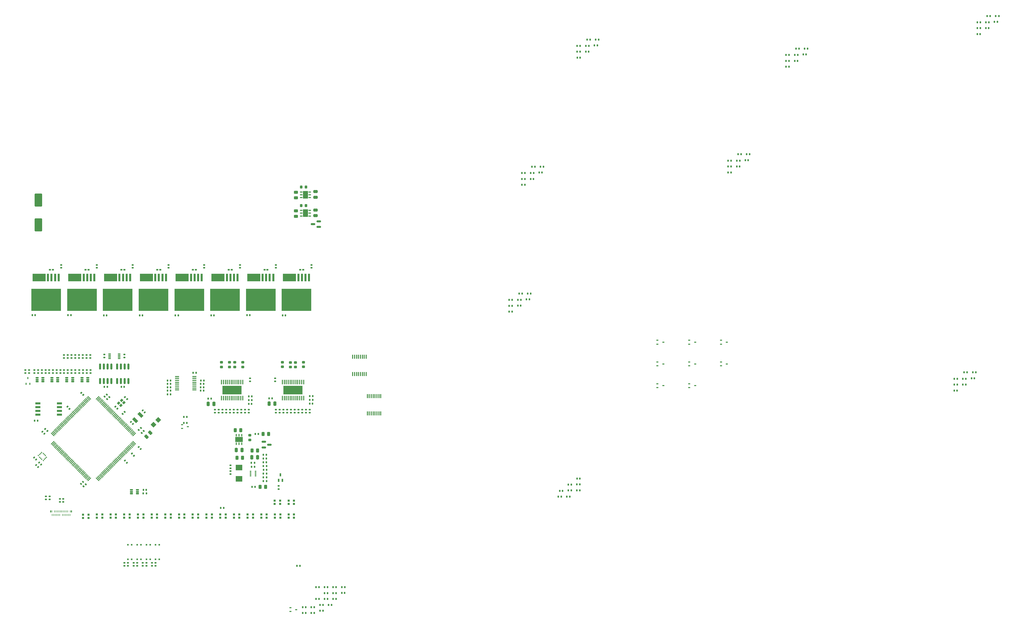
<source format=gbr>
%TF.GenerationSoftware,KiCad,Pcbnew,(6.0.8)*%
%TF.CreationDate,2024-01-16T01:15:22+01:00*%
%TF.ProjectId,pdms,70646d73-2e6b-4696-9361-645f70636258,rev?*%
%TF.SameCoordinates,Original*%
%TF.FileFunction,Paste,Top*%
%TF.FilePolarity,Positive*%
%FSLAX46Y46*%
G04 Gerber Fmt 4.6, Leading zero omitted, Abs format (unit mm)*
G04 Created by KiCad (PCBNEW (6.0.8)) date 2024-01-16 01:15:22*
%MOMM*%
%LPD*%
G01*
G04 APERTURE LIST*
G04 Aperture macros list*
%AMRoundRect*
0 Rectangle with rounded corners*
0 $1 Rounding radius*
0 $2 $3 $4 $5 $6 $7 $8 $9 X,Y pos of 4 corners*
0 Add a 4 corners polygon primitive as box body*
4,1,4,$2,$3,$4,$5,$6,$7,$8,$9,$2,$3,0*
0 Add four circle primitives for the rounded corners*
1,1,$1+$1,$2,$3*
1,1,$1+$1,$4,$5*
1,1,$1+$1,$6,$7*
1,1,$1+$1,$8,$9*
0 Add four rect primitives between the rounded corners*
20,1,$1+$1,$2,$3,$4,$5,0*
20,1,$1+$1,$4,$5,$6,$7,0*
20,1,$1+$1,$6,$7,$8,$9,0*
20,1,$1+$1,$8,$9,$2,$3,0*%
%AMRotRect*
0 Rectangle, with rotation*
0 The origin of the aperture is its center*
0 $1 length*
0 $2 width*
0 $3 Rotation angle, in degrees counterclockwise*
0 Add horizontal line*
21,1,$1,$2,0,0,$3*%
G04 Aperture macros list end*
%ADD10RoundRect,0.135000X0.185000X-0.135000X0.185000X0.135000X-0.185000X0.135000X-0.185000X-0.135000X0*%
%ADD11RoundRect,0.250000X-0.475000X0.250000X-0.475000X-0.250000X0.475000X-0.250000X0.475000X0.250000X0*%
%ADD12RoundRect,0.135000X-0.135000X-0.185000X0.135000X-0.185000X0.135000X0.185000X-0.135000X0.185000X0*%
%ADD13RoundRect,0.140000X0.170000X-0.140000X0.170000X0.140000X-0.170000X0.140000X-0.170000X-0.140000X0*%
%ADD14RoundRect,0.140000X-0.219203X-0.021213X-0.021213X-0.219203X0.219203X0.021213X0.021213X0.219203X0*%
%ADD15RoundRect,0.140000X-0.140000X-0.170000X0.140000X-0.170000X0.140000X0.170000X-0.140000X0.170000X0*%
%ADD16RoundRect,0.135000X0.135000X0.185000X-0.135000X0.185000X-0.135000X-0.185000X0.135000X-0.185000X0*%
%ADD17R,0.800000X2.600000*%
%ADD18R,4.400000X2.600000*%
%ADD19R,10.000000X7.410000*%
%ADD20R,0.700000X0.700000*%
%ADD21RoundRect,0.225000X0.250000X-0.225000X0.250000X0.225000X-0.250000X0.225000X-0.250000X-0.225000X0*%
%ADD22RoundRect,0.140000X0.140000X0.170000X-0.140000X0.170000X-0.140000X-0.170000X0.140000X-0.170000X0*%
%ADD23R,0.450000X1.525000*%
%ADD24R,6.500000X2.870000*%
%ADD25R,0.450000X1.475000*%
%ADD26RoundRect,0.135000X-0.185000X0.135000X-0.185000X-0.135000X0.185000X-0.135000X0.185000X0.135000X0*%
%ADD27RoundRect,0.150000X-0.587500X-0.150000X0.587500X-0.150000X0.587500X0.150000X-0.587500X0.150000X0*%
%ADD28RoundRect,0.135000X0.226274X0.035355X0.035355X0.226274X-0.226274X-0.035355X-0.035355X-0.226274X0*%
%ADD29R,0.700000X0.450000*%
%ADD30RoundRect,0.225000X-0.250000X0.225000X-0.250000X-0.225000X0.250000X-0.225000X0.250000X0.225000X0*%
%ADD31RoundRect,0.250000X0.250000X0.475000X-0.250000X0.475000X-0.250000X-0.475000X0.250000X-0.475000X0*%
%ADD32RoundRect,0.019500X0.465500X0.175500X-0.465500X0.175500X-0.465500X-0.175500X0.465500X-0.175500X0*%
%ADD33RoundRect,0.019500X-0.465500X-0.175500X0.465500X-0.175500X0.465500X0.175500X-0.465500X0.175500X0*%
%ADD34R,1.750000X0.650000*%
%ADD35R,0.600000X0.470000*%
%ADD36RoundRect,0.140000X0.219203X0.021213X0.021213X0.219203X-0.219203X-0.021213X-0.021213X-0.219203X0*%
%ADD37RoundRect,0.147500X0.017678X-0.226274X0.226274X-0.017678X-0.017678X0.226274X-0.226274X0.017678X0*%
%ADD38RoundRect,0.135000X-0.226274X-0.035355X-0.035355X-0.226274X0.226274X0.035355X0.035355X0.226274X0*%
%ADD39R,0.800000X0.600000*%
%ADD40RoundRect,0.250000X-0.132583X0.503814X-0.503814X0.132583X0.132583X-0.503814X0.503814X-0.132583X0*%
%ADD41R,0.250000X0.750000*%
%ADD42R,0.300000X0.750000*%
%ADD43RoundRect,0.135000X-0.035355X0.226274X-0.226274X0.035355X0.035355X-0.226274X0.226274X-0.035355X0*%
%ADD44RoundRect,0.243750X0.243750X0.456250X-0.243750X0.456250X-0.243750X-0.456250X0.243750X-0.456250X0*%
%ADD45RoundRect,0.250000X-0.250000X-0.475000X0.250000X-0.475000X0.250000X0.475000X-0.250000X0.475000X0*%
%ADD46R,0.850000X0.300000*%
%ADD47R,1.700000X2.500000*%
%ADD48RotRect,0.300000X1.475000X315.000000*%
%ADD49RotRect,0.300000X1.475000X225.000000*%
%ADD50RoundRect,0.243750X-0.243750X-0.456250X0.243750X-0.456250X0.243750X0.456250X-0.243750X0.456250X0*%
%ADD51R,0.475000X0.300000*%
%ADD52RoundRect,0.135000X0.035355X-0.226274X0.226274X-0.035355X-0.035355X0.226274X-0.226274X0.035355X0*%
%ADD53RotRect,0.250000X0.475000X45.000000*%
%ADD54RotRect,0.250000X0.475000X315.000000*%
%ADD55RoundRect,0.225000X-0.225000X-0.250000X0.225000X-0.250000X0.225000X0.250000X-0.225000X0.250000X0*%
%ADD56R,0.300000X0.850000*%
%ADD57R,2.500000X1.700000*%
%ADD58R,0.450000X0.700000*%
%ADD59RotRect,1.000000X1.800000X225.000000*%
%ADD60RoundRect,0.150000X0.587500X0.150000X-0.587500X0.150000X-0.587500X-0.150000X0.587500X-0.150000X0*%
%ADD61RotRect,0.900000X0.800000X45.000000*%
%ADD62RoundRect,0.150000X0.150000X-0.825000X0.150000X0.825000X-0.150000X0.825000X-0.150000X-0.825000X0*%
%ADD63RotRect,1.400000X1.400000X45.000000*%
%ADD64R,2.286000X1.854500*%
%ADD65R,1.475000X0.450000*%
%ADD66RoundRect,0.243750X0.456250X-0.243750X0.456250X0.243750X-0.456250X0.243750X-0.456250X-0.243750X0*%
%ADD67R,0.550000X1.000000*%
%ADD68RoundRect,0.250000X1.000000X-1.950000X1.000000X1.950000X-1.000000X1.950000X-1.000000X-1.950000X0*%
%ADD69RoundRect,0.140000X-0.021213X0.219203X-0.219203X0.021213X0.021213X-0.219203X0.219203X-0.021213X0*%
G04 APERTURE END LIST*
D10*
%TO.C,R68*%
X21434000Y-111112000D03*
X21434000Y-110092000D03*
%TD*%
D11*
%TO.C,C3*%
X116400000Y-56100000D03*
X116400000Y-58000000D03*
%TD*%
D12*
%TO.C,C91*%
X84374800Y-156718000D03*
X85394800Y-156718000D03*
%TD*%
D13*
%TO.C,C116*%
X78809400Y-75588600D03*
X78809400Y-74628600D03*
%TD*%
D12*
%TO.C,R14*%
X113080000Y-190210000D03*
X112060000Y-190210000D03*
%TD*%
%TO.C,R195*%
X181766000Y-88402000D03*
X182786000Y-88402000D03*
%TD*%
D14*
%TO.C,C78*%
X56673256Y-136101293D03*
X57352078Y-136780115D03*
%TD*%
D10*
%TO.C,R83*%
X36586000Y-111110000D03*
X36586000Y-110090000D03*
%TD*%
D12*
%TO.C,R184*%
X343119000Y9466000D03*
X344139000Y9466000D03*
%TD*%
D15*
%TO.C,C107*%
X275237000Y-7682000D03*
X276197000Y-7682000D03*
%TD*%
D12*
%TO.C,R206*%
X331996000Y-115049000D03*
X333016000Y-115049000D03*
%TD*%
D16*
%TO.C,R137*%
X78589600Y-117094000D03*
X77569600Y-117094000D03*
%TD*%
D17*
%TO.C,Q6*%
X65896600Y-78841600D03*
X64696600Y-78841600D03*
X63496600Y-78841600D03*
X62296600Y-78841600D03*
D18*
X59296600Y-78841600D03*
D19*
X61696600Y-86376600D03*
%TD*%
D20*
%TO.C,D18*%
X58267600Y-160020000D03*
X58267600Y-158920000D03*
X56437600Y-158920000D03*
X56437600Y-160020000D03*
%TD*%
D10*
%TO.C,R77*%
X28979000Y-111112000D03*
X28979000Y-110092000D03*
%TD*%
%TO.C,R72*%
X103962200Y-150293800D03*
X103962200Y-149273800D03*
%TD*%
%TO.C,R25*%
X91280000Y-124516000D03*
X91280000Y-123496000D03*
%TD*%
D12*
%TO.C,R210*%
X259019000Y-37249000D03*
X260039000Y-37249000D03*
%TD*%
D16*
%TO.C,R152*%
X78640400Y-114808000D03*
X77620400Y-114808000D03*
%TD*%
D21*
%TO.C,C73*%
X112348000Y-109029800D03*
X112348000Y-107479800D03*
%TD*%
D17*
%TO.C,Q4*%
X41715800Y-78840800D03*
X40515800Y-78840800D03*
X39315800Y-78840800D03*
X38115800Y-78840800D03*
D18*
X35115800Y-78840800D03*
D19*
X37515800Y-86375800D03*
%TD*%
D10*
%TO.C,R173*%
X31242000Y-154686000D03*
X31242000Y-153666000D03*
%TD*%
D22*
%TO.C,C113*%
X199785000Y-150919000D03*
X198825000Y-150919000D03*
%TD*%
D20*
%TO.C,D10*%
X39725600Y-160028800D03*
X39725600Y-158928800D03*
X37895600Y-158928800D03*
X37895600Y-160028800D03*
%TD*%
D12*
%TO.C,R197*%
X181766000Y-86412000D03*
X182786000Y-86412000D03*
%TD*%
D10*
%TO.C,R59*%
X45110400Y-105920000D03*
X45110400Y-104900000D03*
%TD*%
D12*
%TO.C,R192*%
X275227000Y-3712000D03*
X276247000Y-3712000D03*
%TD*%
D21*
%TO.C,C70*%
X105223000Y-109004800D03*
X105223000Y-107454800D03*
%TD*%
D16*
%TO.C,R156*%
X78660000Y-113665000D03*
X77640000Y-113665000D03*
%TD*%
D23*
%TO.C,IC7*%
X84638000Y-119606000D03*
X85288000Y-119606000D03*
X85938000Y-119606000D03*
X86588000Y-119606000D03*
X87238000Y-119606000D03*
X87888000Y-119606000D03*
X88538000Y-119606000D03*
X89188000Y-119606000D03*
X89838000Y-119606000D03*
X90488000Y-119606000D03*
X91138000Y-119606000D03*
X91788000Y-119606000D03*
X91788000Y-114182000D03*
X91138000Y-114182000D03*
X90488000Y-114182000D03*
X89838000Y-114182000D03*
X89188000Y-114182000D03*
X88538000Y-114182000D03*
X87888000Y-114182000D03*
X87238000Y-114182000D03*
X86588000Y-114182000D03*
X85938000Y-114182000D03*
X85288000Y-114182000D03*
X84638000Y-114182000D03*
D24*
X88213000Y-116894000D03*
%TD*%
D25*
%TO.C,IC1*%
X138419000Y-118905800D03*
X137769000Y-118905800D03*
X137119000Y-118905800D03*
X136469000Y-118905800D03*
X135819000Y-118905800D03*
X135169000Y-118905800D03*
X134519000Y-118905800D03*
X133869000Y-118905800D03*
X133869000Y-124781800D03*
X134519000Y-124781800D03*
X135169000Y-124781800D03*
X135819000Y-124781800D03*
X136469000Y-124781800D03*
X137119000Y-124781800D03*
X137769000Y-124781800D03*
X138419000Y-124781800D03*
%TD*%
D20*
%TO.C,D21*%
X86029800Y-160020000D03*
X86029800Y-158920000D03*
X84199800Y-158920000D03*
X84199800Y-160020000D03*
%TD*%
D15*
%TO.C,C112*%
X181776000Y-90382000D03*
X182736000Y-90382000D03*
%TD*%
D26*
%TO.C,R80*%
X32766000Y-110094000D03*
X32766000Y-111114000D03*
%TD*%
D16*
%TO.C,R62*%
X99824000Y-142544800D03*
X98804000Y-142544800D03*
%TD*%
D10*
%TO.C,R75*%
X26439000Y-111112000D03*
X26439000Y-110092000D03*
%TD*%
D27*
%TO.C,Q1*%
X98902400Y-134370800D03*
X98902400Y-136270800D03*
X100777400Y-135320800D03*
%TD*%
D12*
%TO.C,R13*%
X115990000Y-192200000D03*
X114970000Y-192200000D03*
%TD*%
%TO.C,R109*%
X96063100Y-131724400D03*
X97083100Y-131724400D03*
%TD*%
D28*
%TO.C,C42*%
X49529108Y-123182699D03*
X48807860Y-122461451D03*
%TD*%
D26*
%TO.C,R179*%
X25325287Y-152802400D03*
X25325287Y-153822400D03*
%TD*%
D29*
%TO.C,D8*%
X242534000Y-107401000D03*
X242534000Y-108701000D03*
X244534000Y-108051000D03*
%TD*%
D10*
%TO.C,R165*%
X39116000Y-106047000D03*
X39116000Y-105027000D03*
%TD*%
D30*
%TO.C,C55*%
X94149900Y-132155800D03*
X94149900Y-133705800D03*
%TD*%
D31*
%TO.C,C54*%
X91550000Y-137100000D03*
X89650000Y-137100000D03*
%TD*%
D28*
%TO.C,C48*%
X33319957Y-123224560D03*
X32598709Y-122503312D03*
%TD*%
D14*
%TO.C,C81*%
X52004547Y-140724039D03*
X52683369Y-141402861D03*
%TD*%
D32*
%TO.C,D24*%
X29324000Y-114046000D03*
X29324000Y-113396000D03*
X29324000Y-112746000D03*
D33*
X27364000Y-112746000D03*
X27364000Y-113396000D03*
X27364000Y-114046000D03*
%TD*%
D34*
%TO.C,IC20*%
X29910000Y-125160000D03*
X29910000Y-123890000D03*
X29910000Y-122620000D03*
X29910000Y-121350000D03*
X22660000Y-121350000D03*
X22660000Y-122620000D03*
X22660000Y-123890000D03*
X22660000Y-125160000D03*
%TD*%
D12*
%TO.C,R153*%
X66417000Y-117094000D03*
X67437000Y-117094000D03*
%TD*%
D26*
%TO.C,R86*%
X40396000Y-110092000D03*
X40396000Y-111112000D03*
%TD*%
%TO.C,R162*%
X35306000Y-105027000D03*
X35306000Y-106047000D03*
%TD*%
D35*
%TO.C,U4*%
X56169400Y-169127400D03*
X57439400Y-169127400D03*
X57439400Y-174047400D03*
X56169400Y-174047400D03*
%TD*%
D12*
%TO.C,R216*%
X186073000Y-45580000D03*
X187093000Y-45580000D03*
%TD*%
%TO.C,R213*%
X255669000Y-39399000D03*
X256689000Y-39399000D03*
%TD*%
D20*
%TO.C,D15*%
X99898800Y-160024600D03*
X99898800Y-158924600D03*
X98068800Y-158924600D03*
X98068800Y-160024600D03*
%TD*%
D31*
%TO.C,C56*%
X96809600Y-139573000D03*
X94909600Y-139573000D03*
%TD*%
D25*
%TO.C,IC2*%
X133479700Y-105596200D03*
X132829700Y-105596200D03*
X132179700Y-105596200D03*
X131529700Y-105596200D03*
X130879700Y-105596200D03*
X130229700Y-105596200D03*
X129579700Y-105596200D03*
X128929700Y-105596200D03*
X128929700Y-111472200D03*
X129579700Y-111472200D03*
X130229700Y-111472200D03*
X130879700Y-111472200D03*
X131529700Y-111472200D03*
X132179700Y-111472200D03*
X132829700Y-111472200D03*
X133479700Y-111472200D03*
%TD*%
D16*
%TO.C,R181*%
X202705000Y-150749000D03*
X201685000Y-150749000D03*
%TD*%
D10*
%TO.C,R5*%
X53075800Y-175184700D03*
X53075800Y-176204700D03*
%TD*%
D22*
%TO.C,C65*%
X46073000Y-115824000D03*
X45113000Y-115824000D03*
%TD*%
D36*
%TO.C,C82*%
X24883608Y-131584542D03*
X24204786Y-130905720D03*
%TD*%
D26*
%TO.C,R7*%
X59273400Y-176204700D03*
X59273400Y-175184700D03*
%TD*%
D12*
%TO.C,R34*%
X120440000Y-185430000D03*
X119420000Y-185430000D03*
%TD*%
%TO.C,R28*%
X80102000Y-119733000D03*
X81122000Y-119733000D03*
%TD*%
D13*
%TO.C,C105*%
X54651200Y-75588600D03*
X54651200Y-74628600D03*
%TD*%
D21*
%TO.C,C72*%
X109623000Y-109097800D03*
X109623000Y-107547800D03*
%TD*%
D12*
%TO.C,R202*%
X207626000Y-636000D03*
X208646000Y-636000D03*
%TD*%
D37*
%TO.C,D33*%
X57715990Y-131337055D03*
X58401884Y-130651161D03*
%TD*%
D38*
%TO.C,C46*%
X52040752Y-119228559D03*
X52762000Y-119949807D03*
%TD*%
D13*
%TO.C,C131*%
X115027000Y-75588600D03*
X115027000Y-74628600D03*
%TD*%
D26*
%TO.C,R100*%
X108036889Y-123474455D03*
X108036889Y-124494455D03*
%TD*%
%TO.C,R164*%
X37846000Y-105027000D03*
X37846000Y-106047000D03*
%TD*%
D29*
%TO.C,D9*%
X231814000Y-107401000D03*
X231814000Y-108701000D03*
X233814000Y-108051000D03*
%TD*%
D39*
%TO.C,RT5*%
X76007400Y-76251600D03*
X75007400Y-76251600D03*
%TD*%
D10*
%TO.C,C63*%
X87675000Y-145285000D03*
X87675000Y-144265000D03*
%TD*%
%TO.C,R119*%
X61178400Y-175184700D03*
X61178400Y-176204700D03*
%TD*%
D40*
%TO.C,R54*%
X60589235Y-131307765D03*
X59298765Y-132598235D03*
%TD*%
D12*
%TO.C,R208*%
X331996000Y-113059000D03*
X333016000Y-113059000D03*
%TD*%
%TO.C,R203*%
X204716000Y-636000D03*
X205736000Y-636000D03*
%TD*%
D16*
%TO.C,C60*%
X99824000Y-147624800D03*
X98804000Y-147624800D03*
%TD*%
%TO.C,R67*%
X205615000Y-148759000D03*
X204595000Y-148759000D03*
%TD*%
D26*
%TO.C,R98*%
X105496889Y-123474455D03*
X105496889Y-124494455D03*
%TD*%
D41*
%TO.C,J6*%
X27430000Y-157838800D03*
X28230000Y-157838800D03*
X28730000Y-157838800D03*
X29230000Y-157838800D03*
X29730000Y-157838800D03*
X30230000Y-157838800D03*
X30730000Y-157838800D03*
X31230000Y-157838800D03*
X31730000Y-157838800D03*
X32230000Y-157838800D03*
X32730000Y-157838800D03*
X33530000Y-157838800D03*
X33480000Y-159088800D03*
X32980000Y-159088800D03*
X32480000Y-159088800D03*
X31980000Y-159088800D03*
X31480000Y-159088800D03*
X30980000Y-159088800D03*
X29980000Y-159088800D03*
X29480000Y-159088800D03*
X28980000Y-159088800D03*
X28480000Y-159088800D03*
X27980000Y-159088800D03*
X27480000Y-159088800D03*
D42*
X26930000Y-157838800D03*
X34030000Y-157838800D03*
%TD*%
D17*
%TO.C,Q8*%
X90052000Y-78841600D03*
X88852000Y-78841600D03*
X87652000Y-78841600D03*
X86452000Y-78841600D03*
D18*
X83452000Y-78841600D03*
D19*
X85852000Y-86376600D03*
%TD*%
D29*
%TO.C,D41*%
X71304400Y-128585200D03*
X71304400Y-129885200D03*
X73304400Y-129235200D03*
%TD*%
D10*
%TO.C,R104*%
X114386889Y-124494455D03*
X114386889Y-123474455D03*
%TD*%
D22*
%TO.C,C127*%
X94188200Y-91617800D03*
X93228200Y-91617800D03*
%TD*%
D29*
%TO.C,D6*%
X231814000Y-100061000D03*
X231814000Y-101361000D03*
X233814000Y-100711000D03*
%TD*%
D43*
%TO.C,C49*%
X38799329Y-148709113D03*
X38078081Y-149430361D03*
%TD*%
D15*
%TO.C,C1*%
X71948800Y-127964600D03*
X72908800Y-127964600D03*
%TD*%
%TO.C,C108*%
X184686000Y-88392000D03*
X185646000Y-88392000D03*
%TD*%
D20*
%TO.C,D16*%
X53644800Y-160020000D03*
X53644800Y-158920000D03*
X51814800Y-158920000D03*
X51814800Y-160020000D03*
%TD*%
D15*
%TO.C,C98*%
X342689000Y5336000D03*
X343649000Y5336000D03*
%TD*%
D44*
%TO.C,D34*%
X99517200Y-149606000D03*
X97642200Y-149606000D03*
%TD*%
D12*
%TO.C,R19*%
X121810000Y-189410000D03*
X120790000Y-189410000D03*
%TD*%
%TO.C,R141*%
X66417000Y-115968000D03*
X67437000Y-115968000D03*
%TD*%
D26*
%TO.C,R71*%
X25244000Y-110092000D03*
X25244000Y-111112000D03*
%TD*%
D12*
%TO.C,R204*%
X338256000Y-110909000D03*
X339276000Y-110909000D03*
%TD*%
D26*
%TO.C,R97*%
X104226889Y-123474455D03*
X104226889Y-124494455D03*
%TD*%
D15*
%TO.C,C128*%
X255679000Y-43369000D03*
X256639000Y-43369000D03*
%TD*%
%TO.C,C104*%
X281057000Y-3542000D03*
X282017000Y-3542000D03*
%TD*%
D20*
%TO.C,D36*%
X102599000Y-154191200D03*
X102599000Y-155291200D03*
X104429000Y-155291200D03*
X104429000Y-154191200D03*
%TD*%
D45*
%TO.C,C19*%
X80170000Y-121511000D03*
X82070000Y-121511000D03*
%TD*%
D12*
%TO.C,R60*%
X98804000Y-145084800D03*
X99824000Y-145084800D03*
%TD*%
%TO.C,R214*%
X192333000Y-41440000D03*
X193353000Y-41440000D03*
%TD*%
%TO.C,R96*%
X114384889Y-120219455D03*
X115404889Y-120219455D03*
%TD*%
D13*
%TO.C,C121*%
X90897000Y-75588600D03*
X90897000Y-74628600D03*
%TD*%
D12*
%TO.C,R185*%
X339769000Y5326000D03*
X340789000Y5326000D03*
%TD*%
D46*
%TO.C,IC14*%
X114450000Y-51866800D03*
X114450000Y-50916800D03*
X114450000Y-49966800D03*
X111550000Y-49966800D03*
X111550000Y-50916800D03*
X111550000Y-51866800D03*
D47*
X113000000Y-50916800D03*
%TD*%
D20*
%TO.C,D30*%
X72135400Y-160020000D03*
X72135400Y-158920000D03*
X70305400Y-158920000D03*
X70305400Y-160020000D03*
%TD*%
D15*
%TO.C,C118*%
X204726000Y-4606000D03*
X205686000Y-4606000D03*
%TD*%
D12*
%TO.C,R10*%
X118900000Y-191400000D03*
X117880000Y-191400000D03*
%TD*%
%TO.C,R15*%
X123350000Y-183440000D03*
X122330000Y-183440000D03*
%TD*%
D13*
%TO.C,C100*%
X42560800Y-75587800D03*
X42560800Y-74627800D03*
%TD*%
D15*
%TO.C,C130*%
X191903000Y-43420000D03*
X192863000Y-43420000D03*
%TD*%
D22*
%TO.C,C64*%
X51788000Y-115824000D03*
X50828000Y-115824000D03*
%TD*%
D10*
%TO.C,R175*%
X30099000Y-154686000D03*
X30099000Y-153666000D03*
%TD*%
D15*
%TO.C,C125*%
X261499000Y-39229000D03*
X262459000Y-39229000D03*
%TD*%
D26*
%TO.C,R166*%
X40386000Y-105027000D03*
X40386000Y-106047000D03*
%TD*%
D12*
%TO.C,R105*%
X114427889Y-118949455D03*
X115447889Y-118949455D03*
%TD*%
%TO.C,R217*%
X188983000Y-43590000D03*
X190003000Y-43590000D03*
%TD*%
D48*
%TO.C,IC19*%
X55174508Y-131868942D03*
X54820955Y-131515388D03*
X54467401Y-131161835D03*
X54113848Y-130808282D03*
X53760294Y-130454728D03*
X53406741Y-130101175D03*
X53053188Y-129747621D03*
X52699634Y-129394068D03*
X52346081Y-129040515D03*
X51992527Y-128686961D03*
X51638974Y-128333408D03*
X51285421Y-127979854D03*
X50931867Y-127626301D03*
X50578314Y-127272748D03*
X50224760Y-126919194D03*
X49871207Y-126565641D03*
X49517654Y-126212087D03*
X49164100Y-125858534D03*
X48810547Y-125504981D03*
X48456994Y-125151427D03*
X48103440Y-124797874D03*
X47749887Y-124444321D03*
X47396333Y-124090767D03*
X47042780Y-123737214D03*
X46689227Y-123383660D03*
X46335673Y-123030107D03*
X45982120Y-122676554D03*
X45628566Y-122323000D03*
X45275013Y-121969447D03*
X44921460Y-121615893D03*
X44567906Y-121262340D03*
X44214353Y-120908787D03*
X43860799Y-120555233D03*
X43507246Y-120201680D03*
X43153693Y-119848126D03*
X42800139Y-119494573D03*
D49*
X39988683Y-119494573D03*
X39635129Y-119848126D03*
X39281576Y-120201680D03*
X38928023Y-120555233D03*
X38574469Y-120908787D03*
X38220916Y-121262340D03*
X37867362Y-121615893D03*
X37513809Y-121969447D03*
X37160256Y-122323000D03*
X36806702Y-122676554D03*
X36453149Y-123030107D03*
X36099595Y-123383660D03*
X35746042Y-123737214D03*
X35392489Y-124090767D03*
X35038935Y-124444321D03*
X34685382Y-124797874D03*
X34331828Y-125151427D03*
X33978275Y-125504981D03*
X33624722Y-125858534D03*
X33271168Y-126212087D03*
X32917615Y-126565641D03*
X32564062Y-126919194D03*
X32210508Y-127272748D03*
X31856955Y-127626301D03*
X31503401Y-127979854D03*
X31149848Y-128333408D03*
X30796295Y-128686961D03*
X30442741Y-129040515D03*
X30089188Y-129394068D03*
X29735634Y-129747621D03*
X29382081Y-130101175D03*
X29028528Y-130454728D03*
X28674974Y-130808282D03*
X28321421Y-131161835D03*
X27967867Y-131515388D03*
X27614314Y-131868942D03*
D48*
X27614314Y-134680398D03*
X27967867Y-135033952D03*
X28321421Y-135387505D03*
X28674974Y-135741058D03*
X29028528Y-136094612D03*
X29382081Y-136448165D03*
X29735634Y-136801719D03*
X30089188Y-137155272D03*
X30442741Y-137508825D03*
X30796295Y-137862379D03*
X31149848Y-138215932D03*
X31503401Y-138569486D03*
X31856955Y-138923039D03*
X32210508Y-139276592D03*
X32564062Y-139630146D03*
X32917615Y-139983699D03*
X33271168Y-140337253D03*
X33624722Y-140690806D03*
X33978275Y-141044359D03*
X34331828Y-141397913D03*
X34685382Y-141751466D03*
X35038935Y-142105019D03*
X35392489Y-142458573D03*
X35746042Y-142812126D03*
X36099595Y-143165680D03*
X36453149Y-143519233D03*
X36806702Y-143872786D03*
X37160256Y-144226340D03*
X37513809Y-144579893D03*
X37867362Y-144933447D03*
X38220916Y-145287000D03*
X38574469Y-145640553D03*
X38928023Y-145994107D03*
X39281576Y-146347660D03*
X39635129Y-146701214D03*
X39988683Y-147054767D03*
D49*
X42800139Y-147054767D03*
X43153693Y-146701214D03*
X43507246Y-146347660D03*
X43860799Y-145994107D03*
X44214353Y-145640553D03*
X44567906Y-145287000D03*
X44921460Y-144933447D03*
X45275013Y-144579893D03*
X45628566Y-144226340D03*
X45982120Y-143872786D03*
X46335673Y-143519233D03*
X46689227Y-143165680D03*
X47042780Y-142812126D03*
X47396333Y-142458573D03*
X47749887Y-142105019D03*
X48103440Y-141751466D03*
X48456994Y-141397913D03*
X48810547Y-141044359D03*
X49164100Y-140690806D03*
X49517654Y-140337253D03*
X49871207Y-139983699D03*
X50224760Y-139630146D03*
X50578314Y-139276592D03*
X50931867Y-138923039D03*
X51285421Y-138569486D03*
X51638974Y-138215932D03*
X51992527Y-137862379D03*
X52346081Y-137508825D03*
X52699634Y-137155272D03*
X53053188Y-136801719D03*
X53406741Y-136448165D03*
X53760294Y-136094612D03*
X54113848Y-135741058D03*
X54467401Y-135387505D03*
X54820955Y-135033952D03*
X55174508Y-134680398D03*
%TD*%
D12*
%TO.C,R11*%
X115990000Y-190210000D03*
X114970000Y-190210000D03*
%TD*%
D10*
%TO.C,R161*%
X34036000Y-106047000D03*
X34036000Y-105027000D03*
%TD*%
D21*
%TO.C,C16*%
X89150000Y-109075000D03*
X89150000Y-107525000D03*
%TD*%
D32*
%TO.C,D26*%
X39471000Y-114046000D03*
X39471000Y-113396000D03*
X39471000Y-112746000D03*
D33*
X37511000Y-112746000D03*
X37511000Y-113396000D03*
X37511000Y-114046000D03*
%TD*%
D20*
%TO.C,D29*%
X81407000Y-160020000D03*
X81407000Y-158920000D03*
X79577000Y-158920000D03*
X79577000Y-160020000D03*
%TD*%
D14*
%TO.C,C75*%
X22090589Y-142227589D03*
X22769411Y-142906411D03*
%TD*%
D50*
%TO.C,F20*%
X89900000Y-139775000D03*
X91775000Y-139775000D03*
%TD*%
D51*
%TO.C,IC11*%
X94471500Y-144304800D03*
X94471500Y-144804800D03*
X94471500Y-145304800D03*
X94471500Y-145804800D03*
X96147500Y-145804800D03*
X96147500Y-145304800D03*
X96147500Y-144804800D03*
X96147500Y-144304800D03*
%TD*%
D12*
%TO.C,R215*%
X189423000Y-41440000D03*
X190443000Y-41440000D03*
%TD*%
D26*
%TO.C,R69*%
X22704000Y-110092000D03*
X22704000Y-111112000D03*
%TD*%
D12*
%TO.C,R209*%
X261929000Y-37249000D03*
X262949000Y-37249000D03*
%TD*%
D52*
%TO.C,R66*%
X56710485Y-130366904D03*
X57431733Y-129645656D03*
%TD*%
D26*
%TO.C,R29*%
X82390000Y-123496000D03*
X82390000Y-124516000D03*
%TD*%
D20*
%TO.C,D19*%
X90653200Y-160011200D03*
X90653200Y-158911200D03*
X88823200Y-158911200D03*
X88823200Y-160011200D03*
%TD*%
D53*
%TO.C,IC15*%
X23908318Y-137947658D03*
X23554765Y-138301212D03*
X23201212Y-138654765D03*
X22847658Y-139008318D03*
D54*
X23201212Y-139591682D03*
X23554765Y-139945235D03*
X23908318Y-140298788D03*
D53*
X24491682Y-140652342D03*
X24845235Y-140298788D03*
X25198788Y-139945235D03*
X25552342Y-139591682D03*
D54*
X25198788Y-139008318D03*
X24845235Y-138654765D03*
X24491682Y-138301212D03*
%TD*%
D29*
%TO.C,D3*%
X231814000Y-114741000D03*
X231814000Y-116041000D03*
X233814000Y-115391000D03*
%TD*%
D12*
%TO.C,R183*%
X346029000Y9466000D03*
X347049000Y9466000D03*
%TD*%
%TO.C,R33*%
X123350000Y-185430000D03*
X122330000Y-185430000D03*
%TD*%
D21*
%TO.C,C17*%
X91800000Y-109075000D03*
X91800000Y-107525000D03*
%TD*%
D26*
%TO.C,C69*%
X102750000Y-112940000D03*
X102750000Y-113960000D03*
%TD*%
D10*
%TO.C,R79*%
X31496000Y-111114000D03*
X31496000Y-110094000D03*
%TD*%
D39*
%TO.C,RT6*%
X88095000Y-76251600D03*
X87095000Y-76251600D03*
%TD*%
D29*
%TO.C,D1*%
X253254000Y-100061000D03*
X253254000Y-101361000D03*
X255254000Y-100711000D03*
%TD*%
D12*
%TO.C,R17*%
X120440000Y-187420000D03*
X119420000Y-187420000D03*
%TD*%
D55*
%TO.C,C4*%
X111577600Y-54541200D03*
X113127600Y-54541200D03*
%TD*%
D26*
%TO.C,R76*%
X27709000Y-110092000D03*
X27709000Y-111112000D03*
%TD*%
D52*
%TO.C,C43*%
X46039376Y-119960624D03*
X46760624Y-119239376D03*
%TD*%
D26*
%TO.C,R8*%
X62372200Y-176204700D03*
X62372200Y-175184700D03*
%TD*%
D39*
%TO.C,RT4*%
X63939600Y-76251600D03*
X62939600Y-76251600D03*
%TD*%
D22*
%TO.C,C106*%
X45877400Y-91618601D03*
X44917400Y-91618601D03*
%TD*%
D26*
%TO.C,R44*%
X88740000Y-123496000D03*
X88740000Y-124516000D03*
%TD*%
D39*
%TO.C,RT7*%
X100160000Y-76250800D03*
X99160000Y-76250800D03*
%TD*%
D16*
%TO.C,C61*%
X99764500Y-138760200D03*
X98744500Y-138760200D03*
%TD*%
D12*
%TO.C,R18*%
X117530000Y-187420000D03*
X116510000Y-187420000D03*
%TD*%
D26*
%TO.C,R21*%
X84930000Y-123496000D03*
X84930000Y-124516000D03*
%TD*%
D22*
%TO.C,C95*%
X21722000Y-91617800D03*
X20762000Y-91617800D03*
%TD*%
D29*
%TO.C,D5*%
X242534000Y-114741000D03*
X242534000Y-116041000D03*
X244534000Y-115391000D03*
%TD*%
D12*
%TO.C,R61*%
X98804000Y-146354800D03*
X99824000Y-146354800D03*
%TD*%
D16*
%TO.C,R182*%
X205615000Y-150749000D03*
X204595000Y-150749000D03*
%TD*%
D20*
%TO.C,D17*%
X95276000Y-160011200D03*
X95276000Y-158911200D03*
X93446000Y-158911200D03*
X93446000Y-160011200D03*
%TD*%
D15*
%TO.C,C102*%
X339779000Y3346000D03*
X340739000Y3346000D03*
%TD*%
D56*
%TO.C,IC10*%
X89603500Y-135045400D03*
X90553500Y-135045400D03*
X91503500Y-135045400D03*
X91503500Y-132145400D03*
X90553500Y-132145400D03*
X89603500Y-132145400D03*
D57*
X90553500Y-133595400D03*
%TD*%
D17*
%TO.C,Q5*%
X53806200Y-78841600D03*
X52606200Y-78841600D03*
X51406200Y-78841600D03*
X50206200Y-78841600D03*
D18*
X47206200Y-78841600D03*
D19*
X49606200Y-86376600D03*
%TD*%
D28*
%TO.C,C41*%
X25826183Y-130721165D03*
X25104935Y-129999917D03*
%TD*%
D10*
%TO.C,R103*%
X113116889Y-124494455D03*
X113116889Y-123474455D03*
%TD*%
D22*
%TO.C,C132*%
X106253200Y-91618600D03*
X105293200Y-91618600D03*
%TD*%
D15*
%TO.C,C86*%
X58270000Y-150550000D03*
X59230000Y-150550000D03*
%TD*%
D39*
%TO.C,RT8*%
X112225000Y-76251600D03*
X111225000Y-76251600D03*
%TD*%
D26*
%TO.C,R23*%
X87470000Y-123496000D03*
X87470000Y-124516000D03*
%TD*%
D12*
%TO.C,R64*%
X98787300Y-140019800D03*
X99807300Y-140019800D03*
%TD*%
D13*
%TO.C,C110*%
X66741600Y-75588600D03*
X66741600Y-74628600D03*
%TD*%
D12*
%TO.C,R32*%
X111152400Y-176276000D03*
X110132400Y-176276000D03*
%TD*%
%TO.C,R37*%
X120440000Y-183440000D03*
X119420000Y-183440000D03*
%TD*%
D20*
%TO.C,D20*%
X62890400Y-160020000D03*
X62890400Y-158920000D03*
X61060400Y-158920000D03*
X61060400Y-160020000D03*
%TD*%
D58*
%TO.C,D37*%
X18654000Y-114792000D03*
X19954000Y-114792000D03*
X19304000Y-112792000D03*
%TD*%
D12*
%TO.C,R218*%
X186073000Y-43590000D03*
X187093000Y-43590000D03*
%TD*%
D26*
%TO.C,R22*%
X86200000Y-123496000D03*
X86200000Y-124516000D03*
%TD*%
%TO.C,R20*%
X83660000Y-123496000D03*
X83660000Y-124516000D03*
%TD*%
D22*
%TO.C,C122*%
X82123200Y-91618600D03*
X81163200Y-91618600D03*
%TD*%
D20*
%TO.C,D32*%
X107284000Y-154191200D03*
X107284000Y-155291200D03*
X109114000Y-155291200D03*
X109114000Y-154191200D03*
%TD*%
D59*
%TO.C,Y2*%
X55540647Y-127082534D03*
X57308413Y-125314768D03*
%TD*%
D12*
%TO.C,R194*%
X185116000Y-84262000D03*
X186136000Y-84262000D03*
%TD*%
D26*
%TO.C,R6*%
X56174600Y-176204700D03*
X56174600Y-175184700D03*
%TD*%
D14*
%TO.C,C76*%
X23045166Y-141321503D03*
X23723988Y-142000325D03*
%TD*%
D16*
%TO.C,C58*%
X95760000Y-141452600D03*
X94740000Y-141452600D03*
%TD*%
D26*
%TO.C,C62*%
X87675000Y-142290000D03*
X87675000Y-143310000D03*
%TD*%
%TO.C,R95*%
X102956889Y-123474455D03*
X102956889Y-124494455D03*
%TD*%
D10*
%TO.C,R24*%
X90010000Y-124516000D03*
X90010000Y-123496000D03*
%TD*%
D12*
%TO.C,R199*%
X210976000Y1514000D03*
X211996000Y1514000D03*
%TD*%
D10*
%TO.C,R58*%
X51866800Y-105920000D03*
X51866800Y-104900000D03*
%TD*%
%TO.C,R118*%
X58054200Y-175184700D03*
X58054200Y-176204700D03*
%TD*%
D39*
%TO.C,RT3*%
X51849200Y-76251600D03*
X50849200Y-76251600D03*
%TD*%
D22*
%TO.C,C111*%
X57967800Y-91618600D03*
X57007800Y-91618600D03*
%TD*%
D14*
%TO.C,C85*%
X58031362Y-123720667D03*
X58710184Y-124399489D03*
%TD*%
D12*
%TO.C,R187*%
X339769000Y7316000D03*
X340789000Y7316000D03*
%TD*%
%TO.C,R12*%
X117530000Y-183440000D03*
X116510000Y-183440000D03*
%TD*%
D20*
%TO.C,D13*%
X104513200Y-160020000D03*
X104513200Y-158920000D03*
X102683200Y-158920000D03*
X102683200Y-160020000D03*
%TD*%
D10*
%TO.C,R159*%
X31496000Y-106047000D03*
X31496000Y-105027000D03*
%TD*%
D12*
%TO.C,R30*%
X93818000Y-120241000D03*
X94838000Y-120241000D03*
%TD*%
%TO.C,R212*%
X258579000Y-39399000D03*
X259599000Y-39399000D03*
%TD*%
D16*
%TO.C,C59*%
X99837300Y-143814800D03*
X98817300Y-143814800D03*
%TD*%
D14*
%TO.C,C74*%
X21385589Y-139660589D03*
X22064411Y-140339411D03*
%TD*%
D15*
%TO.C,C129*%
X188993000Y-45570000D03*
X189953000Y-45570000D03*
%TD*%
D46*
%TO.C,IC3*%
X114450000Y-58100000D03*
X114450000Y-57150000D03*
X114450000Y-56200000D03*
X111550000Y-56200000D03*
X111550000Y-57150000D03*
X111550000Y-58100000D03*
D47*
X113000000Y-57150000D03*
%TD*%
D20*
%TO.C,D14*%
X49022000Y-160020000D03*
X49022000Y-158920000D03*
X47192000Y-158920000D03*
X47192000Y-160020000D03*
%TD*%
D22*
%TO.C,C93*%
X202695000Y-148769000D03*
X201735000Y-148769000D03*
%TD*%
%TO.C,C67*%
X115374889Y-121489455D03*
X114414889Y-121489455D03*
%TD*%
D10*
%TO.C,R26*%
X92550000Y-124516000D03*
X92550000Y-123496000D03*
%TD*%
D12*
%TO.C,R94*%
X100668889Y-119711455D03*
X101688889Y-119711455D03*
%TD*%
%TO.C,R193*%
X188026000Y-84262000D03*
X189046000Y-84262000D03*
%TD*%
%TO.C,R205*%
X335346000Y-110909000D03*
X336366000Y-110909000D03*
%TD*%
D17*
%TO.C,Q10*%
X114182000Y-78841600D03*
X112982000Y-78841600D03*
X111782000Y-78841600D03*
X110582000Y-78841600D03*
D18*
X107582000Y-78841600D03*
D19*
X109982000Y-86376600D03*
%TD*%
D12*
%TO.C,R16*%
X123350000Y-187420000D03*
X122330000Y-187420000D03*
%TD*%
D60*
%TO.C,Q11*%
X117437500Y-61780000D03*
X117437500Y-59880000D03*
X115562500Y-60830000D03*
%TD*%
D61*
%TO.C,Y1*%
X50678864Y-122089512D03*
X51668813Y-121099563D03*
X50890996Y-120321746D03*
X49901047Y-121311695D03*
%TD*%
D10*
%TO.C,R81*%
X34036000Y-111114000D03*
X34036000Y-110094000D03*
%TD*%
%TO.C,R117*%
X54955400Y-175184700D03*
X54955400Y-176204700D03*
%TD*%
D62*
%TO.C,U2*%
X49403000Y-113854000D03*
X50673000Y-113854000D03*
X51943000Y-113854000D03*
X53213000Y-113854000D03*
X53213000Y-108904000D03*
X51943000Y-108904000D03*
X50673000Y-108904000D03*
X49403000Y-108904000D03*
%TD*%
D26*
%TO.C,R82*%
X35306000Y-110096000D03*
X35306000Y-111116000D03*
%TD*%
D12*
%TO.C,R157*%
X66419000Y-113665000D03*
X67439000Y-113665000D03*
%TD*%
D10*
%TO.C,R163*%
X36576000Y-106047000D03*
X36576000Y-105027000D03*
%TD*%
D63*
%TO.C,C40*%
X63261817Y-126984183D03*
X61706183Y-128539817D03*
%TD*%
D17*
%TO.C,Q7*%
X77964400Y-78841600D03*
X76764400Y-78841600D03*
X75564400Y-78841600D03*
X74364400Y-78841600D03*
D18*
X71364400Y-78841600D03*
D19*
X73764400Y-86376600D03*
%TD*%
D10*
%TO.C,R102*%
X111846889Y-124494455D03*
X111846889Y-123474455D03*
%TD*%
D32*
%TO.C,D25*%
X34381000Y-114046000D03*
X34381000Y-113396000D03*
X34381000Y-112746000D03*
D33*
X32421000Y-112746000D03*
X32421000Y-113396000D03*
X32421000Y-114046000D03*
%TD*%
D50*
%TO.C,F18*%
X89311000Y-130400000D03*
X91186000Y-130400000D03*
%TD*%
D17*
%TO.C,Q3*%
X29650800Y-78840800D03*
X28450800Y-78840800D03*
X27250800Y-78840800D03*
X26050800Y-78840800D03*
D18*
X23050800Y-78840800D03*
D19*
X25450800Y-86375800D03*
%TD*%
D50*
%TO.C,F1*%
X94922100Y-137287000D03*
X96797100Y-137287000D03*
%TD*%
D39*
%TO.C,RT1*%
X27693800Y-76250800D03*
X26693800Y-76250800D03*
%TD*%
D10*
%TO.C,R116*%
X51856600Y-175184700D03*
X51856600Y-176204700D03*
%TD*%
D20*
%TO.C,D12*%
X44399200Y-160020000D03*
X44399200Y-158920000D03*
X42569200Y-158920000D03*
X42569200Y-160020000D03*
%TD*%
D29*
%TO.C,D7*%
X253254000Y-107401000D03*
X253254000Y-108701000D03*
X255254000Y-108051000D03*
%TD*%
D26*
%TO.C,R99*%
X106766889Y-123474455D03*
X106766889Y-124494455D03*
%TD*%
D64*
%TO.C,L2*%
X90551000Y-146862800D03*
X90551000Y-143078300D03*
%TD*%
D12*
%TO.C,R186*%
X342679000Y7316000D03*
X343699000Y7316000D03*
%TD*%
%TO.C,R201*%
X204716000Y-2626000D03*
X205736000Y-2626000D03*
%TD*%
D21*
%TO.C,C14*%
X84600000Y-109075000D03*
X84600000Y-107525000D03*
%TD*%
D12*
%TO.C,R138*%
X66419000Y-114808000D03*
X67439000Y-114808000D03*
%TD*%
%TO.C,R189*%
X278577000Y-1562000D03*
X279597000Y-1562000D03*
%TD*%
D15*
%TO.C,C133*%
X186083000Y-47560000D03*
X187043000Y-47560000D03*
%TD*%
D35*
%TO.C,U6*%
X62369400Y-169127400D03*
X63639400Y-169127400D03*
X63639400Y-174047400D03*
X62369400Y-174047400D03*
%TD*%
D45*
%TO.C,C68*%
X100736889Y-121489455D03*
X102636889Y-121489455D03*
%TD*%
D12*
%TO.C,R190*%
X275227000Y-5702000D03*
X276247000Y-5702000D03*
%TD*%
D33*
%TO.C,IC12*%
X54270000Y-150600000D03*
X54270000Y-151250000D03*
X54270000Y-151900000D03*
D32*
X56230000Y-151900000D03*
X56230000Y-151250000D03*
X56230000Y-150600000D03*
%TD*%
D13*
%TO.C,C94*%
X30495800Y-75587800D03*
X30495800Y-74627800D03*
%TD*%
D39*
%TO.C,RT2*%
X39758800Y-76250800D03*
X38758800Y-76250800D03*
%TD*%
D12*
%TO.C,R31*%
X93861000Y-118971000D03*
X94881000Y-118971000D03*
%TD*%
D16*
%TO.C,C57*%
X95819500Y-142798800D03*
X94799500Y-142798800D03*
%TD*%
D65*
%TO.C,IC13*%
X75482600Y-116829000D03*
X75482600Y-116179000D03*
X75482600Y-115529000D03*
X75482600Y-114879000D03*
X75482600Y-114229000D03*
X75482600Y-113579000D03*
X75482600Y-112929000D03*
X75482600Y-112279000D03*
X69606600Y-112279000D03*
X69606600Y-112929000D03*
X69606600Y-113579000D03*
X69606600Y-114229000D03*
X69606600Y-114879000D03*
X69606600Y-115529000D03*
X69606600Y-116179000D03*
X69606600Y-116829000D03*
%TD*%
D15*
%TO.C,C103*%
X278147000Y-5692000D03*
X279107000Y-5692000D03*
%TD*%
D12*
%TO.C,R35*%
X113080000Y-192200000D03*
X112060000Y-192200000D03*
%TD*%
D52*
%TO.C,C53*%
X51239376Y-124960624D03*
X51960624Y-124239376D03*
%TD*%
D21*
%TO.C,C71*%
X107933400Y-109097800D03*
X107933400Y-107547800D03*
%TD*%
D35*
%TO.C,U1*%
X53069400Y-169127400D03*
X54339400Y-169127400D03*
X54339400Y-174047400D03*
X53069400Y-174047400D03*
%TD*%
D21*
%TO.C,C15*%
X87300000Y-109075000D03*
X87300000Y-107525000D03*
%TD*%
D16*
%TO.C,R63*%
X99807300Y-141289800D03*
X98787300Y-141289800D03*
%TD*%
D66*
%TO.C,F19*%
X109812600Y-51963300D03*
X109812600Y-50088300D03*
%TD*%
D12*
%TO.C,R108*%
X94943200Y-149606000D03*
X95963200Y-149606000D03*
%TD*%
D62*
%TO.C,U3*%
X43688000Y-113854000D03*
X44958000Y-113854000D03*
X46228000Y-113854000D03*
X47498000Y-113854000D03*
X47498000Y-108904000D03*
X46228000Y-108904000D03*
X44958000Y-108904000D03*
X43688000Y-108904000D03*
%TD*%
D20*
%TO.C,D31*%
X76758800Y-160020000D03*
X76758800Y-158920000D03*
X74928800Y-158920000D03*
X74928800Y-160020000D03*
%TD*%
D15*
%TO.C,C114*%
X207636000Y-2616000D03*
X208596000Y-2616000D03*
%TD*%
D32*
%TO.C,D23*%
X24319000Y-114046000D03*
X24319000Y-113396000D03*
X24319000Y-112746000D03*
D33*
X22359000Y-112746000D03*
X22359000Y-113396000D03*
X22359000Y-114046000D03*
%TD*%
D12*
%TO.C,R188*%
X281487000Y-1562000D03*
X282507000Y-1562000D03*
%TD*%
D44*
%TO.C,D35*%
X100581700Y-131673600D03*
X98706700Y-131673600D03*
%TD*%
D26*
%TO.C,R180*%
X26595287Y-152802400D03*
X26595287Y-153822400D03*
%TD*%
D35*
%TO.C,U5*%
X59269400Y-169127400D03*
X60539400Y-169127400D03*
X60539400Y-174047400D03*
X59269400Y-174047400D03*
%TD*%
D12*
%TO.C,R36*%
X126260000Y-183440000D03*
X125240000Y-183440000D03*
%TD*%
D15*
%TO.C,C115*%
X210546000Y-466000D03*
X211506000Y-466000D03*
%TD*%
D28*
%TO.C,C50*%
X38007290Y-118540056D03*
X37286042Y-117818808D03*
%TD*%
D12*
%TO.C,R196*%
X184676000Y-86412000D03*
X185696000Y-86412000D03*
%TD*%
D26*
%TO.C,R172*%
X19685000Y-110107000D03*
X19685000Y-111127000D03*
%TD*%
D15*
%TO.C,C2*%
X126210000Y-185420000D03*
X125250000Y-185420000D03*
%TD*%
D11*
%TO.C,C90*%
X116400000Y-49866800D03*
X116400000Y-51766800D03*
%TD*%
D10*
%TO.C,R85*%
X39126000Y-111110000D03*
X39126000Y-110090000D03*
%TD*%
D22*
%TO.C,C96*%
X205605000Y-146779000D03*
X204645000Y-146779000D03*
%TD*%
D12*
%TO.C,R38*%
X118900000Y-189410000D03*
X117880000Y-189410000D03*
%TD*%
D15*
%TO.C,C120*%
X337826000Y-112889000D03*
X338786000Y-112889000D03*
%TD*%
D22*
%TO.C,C117*%
X70035600Y-91618600D03*
X69075600Y-91618600D03*
%TD*%
D67*
%TO.C,Q2*%
X103906800Y-147396200D03*
X105206800Y-147396200D03*
X104556800Y-145496200D03*
%TD*%
D10*
%TO.C,R101*%
X110576889Y-124494455D03*
X110576889Y-123474455D03*
%TD*%
D26*
%TO.C,R160*%
X32766000Y-105027000D03*
X32766000Y-106047000D03*
%TD*%
D13*
%TO.C,C126*%
X102962000Y-75587800D03*
X102962000Y-74627800D03*
%TD*%
D66*
%TO.C,F2*%
X109812600Y-58196500D03*
X109812600Y-56321500D03*
%TD*%
D26*
%TO.C,C20*%
X94300000Y-112940000D03*
X94300000Y-113960000D03*
%TD*%
D15*
%TO.C,C109*%
X187596000Y-86242000D03*
X188556000Y-86242000D03*
%TD*%
D12*
%TO.C,R9*%
X71938800Y-125984600D03*
X72958800Y-125984600D03*
%TD*%
D16*
%TO.C,R140*%
X78640400Y-115976400D03*
X77620400Y-115976400D03*
%TD*%
D23*
%TO.C,IC16*%
X105204889Y-119584455D03*
X105854889Y-119584455D03*
X106504889Y-119584455D03*
X107154889Y-119584455D03*
X107804889Y-119584455D03*
X108454889Y-119584455D03*
X109104889Y-119584455D03*
X109754889Y-119584455D03*
X110404889Y-119584455D03*
X111054889Y-119584455D03*
X111704889Y-119584455D03*
X112354889Y-119584455D03*
X112354889Y-114160455D03*
X111704889Y-114160455D03*
X111054889Y-114160455D03*
X110404889Y-114160455D03*
X109754889Y-114160455D03*
X109104889Y-114160455D03*
X108454889Y-114160455D03*
X107804889Y-114160455D03*
X107154889Y-114160455D03*
X106504889Y-114160455D03*
X105854889Y-114160455D03*
X105204889Y-114160455D03*
D24*
X108779889Y-116872455D03*
%TD*%
D29*
%TO.C,D42*%
X109890000Y-191040000D03*
X107890000Y-191690000D03*
X107890000Y-190390000D03*
%TD*%
D12*
%TO.C,R191*%
X278137000Y-3712000D03*
X279157000Y-3712000D03*
%TD*%
D68*
%TO.C,C88*%
X22860000Y-61096000D03*
X22860000Y-52696000D03*
%TD*%
D14*
%TO.C,C84*%
X54021498Y-127603249D03*
X54700320Y-128282071D03*
%TD*%
D10*
%TO.C,R70*%
X23974000Y-111112000D03*
X23974000Y-110092000D03*
%TD*%
D20*
%TO.C,D22*%
X67487800Y-160020000D03*
X67487800Y-158920000D03*
X65657800Y-158920000D03*
X65657800Y-160020000D03*
%TD*%
D12*
%TO.C,R211*%
X255669000Y-41389000D03*
X256689000Y-41389000D03*
%TD*%
D20*
%TO.C,D11*%
X109119000Y-160020000D03*
X109119000Y-158920000D03*
X107289000Y-158920000D03*
X107289000Y-160020000D03*
%TD*%
D22*
%TO.C,C89*%
X67409000Y-118364000D03*
X66449000Y-118364000D03*
%TD*%
D16*
%TO.C,R57*%
X59270000Y-151800000D03*
X58250000Y-151800000D03*
%TD*%
%TO.C,R135*%
X76049600Y-111048800D03*
X75029600Y-111048800D03*
%TD*%
D15*
%TO.C,C101*%
X32827000Y-91617800D03*
X33787000Y-91617800D03*
%TD*%
D26*
%TO.C,R84*%
X37856000Y-110092000D03*
X37856000Y-111112000D03*
%TD*%
D22*
%TO.C,C18*%
X94808000Y-121511000D03*
X93848000Y-121511000D03*
%TD*%
D17*
%TO.C,Q9*%
X102117000Y-78840800D03*
X100917000Y-78840800D03*
X99717000Y-78840800D03*
X98517000Y-78840800D03*
D18*
X95517000Y-78840800D03*
D19*
X97917000Y-86375800D03*
%TD*%
D29*
%TO.C,D2*%
X242534000Y-100061000D03*
X242534000Y-101361000D03*
X244534000Y-100711000D03*
%TD*%
D69*
%TO.C,C79*%
X37919264Y-147864968D03*
X37240442Y-148543790D03*
%TD*%
D16*
%TO.C,R65*%
X202265000Y-152899000D03*
X201245000Y-152899000D03*
%TD*%
D15*
%TO.C,C119*%
X334916000Y-115039000D03*
X335876000Y-115039000D03*
%TD*%
D55*
%TO.C,C92*%
X111577600Y-48308000D03*
X113127600Y-48308000D03*
%TD*%
D26*
%TO.C,R78*%
X30249000Y-110092000D03*
X30249000Y-111112000D03*
%TD*%
D52*
%TO.C,C47*%
X45211778Y-119125197D03*
X45933026Y-118403949D03*
%TD*%
D46*
%TO.C,IC17*%
X50038200Y-106210800D03*
X50038200Y-105710800D03*
X50038200Y-105210800D03*
X50038200Y-104710800D03*
X46888200Y-104710800D03*
X46888200Y-105210800D03*
X46888200Y-105710800D03*
X46888200Y-106210800D03*
%TD*%
D10*
%TO.C,R27*%
X93820000Y-124516000D03*
X93820000Y-123496000D03*
%TD*%
D38*
%TO.C,R55*%
X54375618Y-138338544D03*
X55096866Y-139059792D03*
%TD*%
D26*
%TO.C,R93*%
X109306889Y-123474455D03*
X109306889Y-124494455D03*
%TD*%
D12*
%TO.C,R200*%
X208066000Y1514000D03*
X209086000Y1514000D03*
%TD*%
%TO.C,C66*%
X21508400Y-127193001D03*
X22528400Y-127193001D03*
%TD*%
%TO.C,R207*%
X334906000Y-113059000D03*
X335926000Y-113059000D03*
%TD*%
D16*
%TO.C,R198*%
X199355000Y-152899000D03*
X198335000Y-152899000D03*
%TD*%
D10*
%TO.C,R171*%
X18415000Y-111127000D03*
X18415000Y-110107000D03*
%TD*%
D15*
%TO.C,C124*%
X258589000Y-41379000D03*
X259549000Y-41379000D03*
%TD*%
%TO.C,C99*%
X345599000Y7486000D03*
X346559000Y7486000D03*
%TD*%
%TO.C,C123*%
X332006000Y-117029000D03*
X332966000Y-117029000D03*
%TD*%
M02*

</source>
